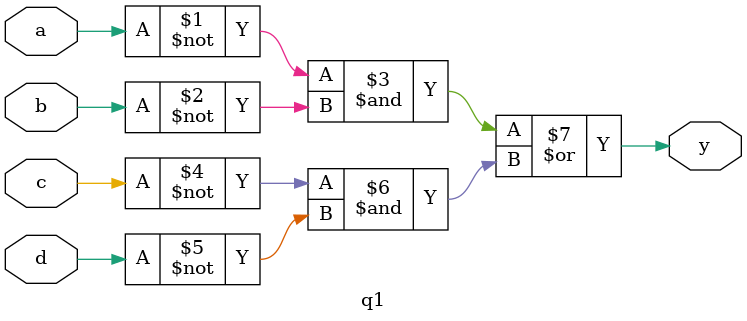
<source format=v>
module q1 (
    input a,b,c,d,
    output y
);

assign y = (~a & ~b) | (~c & ~d);

endmodule
</source>
